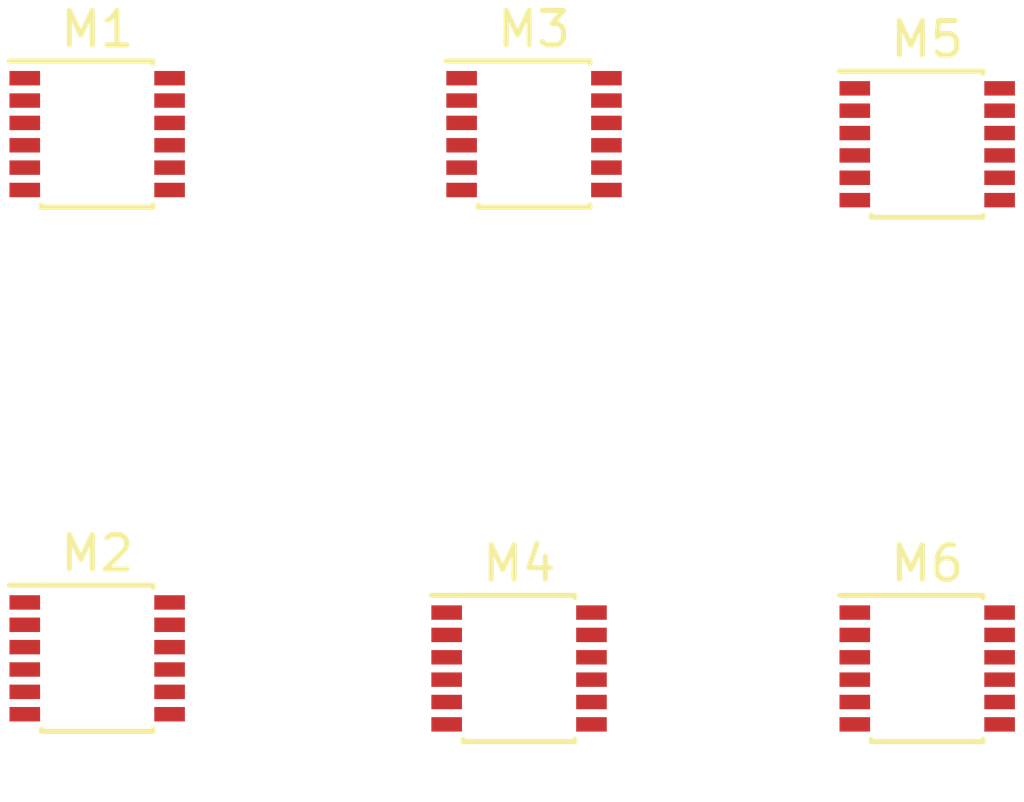
<source format=kicad_pcb>
(kicad_pcb (version 20171130) (host pcbnew "(5.0.0-3-g5ebb6b6)")

  (general
    (thickness 1.6)
    (drawings 0)
    (tracks 0)
    (zones 0)
    (modules 6)
    (nets 15)
  )

  (page A4)
  (layers
    (0 F.Cu signal)
    (31 B.Cu signal)
    (32 B.Adhes user)
    (33 F.Adhes user)
    (34 B.Paste user)
    (35 F.Paste user)
    (36 B.SilkS user)
    (37 F.SilkS user)
    (38 B.Mask user)
    (39 F.Mask user)
    (40 Dwgs.User user)
    (41 Cmts.User user)
    (42 Eco1.User user)
    (43 Eco2.User user)
    (44 Edge.Cuts user)
    (45 Margin user)
    (46 B.CrtYd user)
    (47 F.CrtYd user)
    (48 B.Fab user)
    (49 F.Fab user)
  )

  (setup
    (last_trace_width 0.25)
    (trace_clearance 0.2)
    (zone_clearance 0.508)
    (zone_45_only no)
    (trace_min 0.2)
    (segment_width 0.2)
    (edge_width 0.15)
    (via_size 0.8)
    (via_drill 0.4)
    (via_min_size 0.4)
    (via_min_drill 0.3)
    (uvia_size 0.3)
    (uvia_drill 0.1)
    (uvias_allowed no)
    (uvia_min_size 0.2)
    (uvia_min_drill 0.1)
    (pcb_text_width 0.3)
    (pcb_text_size 1.5 1.5)
    (mod_edge_width 0.15)
    (mod_text_size 1 1)
    (mod_text_width 0.15)
    (pad_size 1.524 1.524)
    (pad_drill 0.762)
    (pad_to_mask_clearance 0.2)
    (aux_axis_origin 0 0)
    (visible_elements FFFFFF7F)
    (pcbplotparams
      (layerselection 0x010fc_ffffffff)
      (usegerberextensions false)
      (usegerberattributes false)
      (usegerberadvancedattributes false)
      (creategerberjobfile false)
      (excludeedgelayer true)
      (linewidth 0.100000)
      (plotframeref false)
      (viasonmask false)
      (mode 1)
      (useauxorigin false)
      (hpglpennumber 1)
      (hpglpenspeed 20)
      (hpglpendiameter 15.000000)
      (psnegative false)
      (psa4output false)
      (plotreference true)
      (plotvalue true)
      (plotinvisibletext false)
      (padsonsilk false)
      (subtractmaskfromsilk false)
      (outputformat 1)
      (mirror false)
      (drillshape 1)
      (scaleselection 1)
      (outputdirectory ""))
  )

  (net 0 "")
  (net 1 VCC)
  (net 2 "Net-(M1-Pad2)")
  (net 3 "Net-(M1-Pad3)")
  (net 4 "Net-(M2-Pad4)")
  (net 5 GND)
  (net 6 "Net-(M2-Pad2)")
  (net 7 "Net-(M3-Pad3)")
  (net 8 "Net-(M3-Pad2)")
  (net 9 "Net-(M4-Pad2)")
  (net 10 "Net-(M4-Pad4)")
  (net 11 "Net-(M5-Pad2)")
  (net 12 "Net-(M5-Pad3)")
  (net 13 "Net-(M6-Pad4)")
  (net 14 "Net-(M6-Pad2)")

  (net_class Default 这是默认网络组.
    (clearance 0.2)
    (trace_width 0.25)
    (via_dia 0.8)
    (via_drill 0.4)
    (uvia_dia 0.3)
    (uvia_drill 0.1)
    (add_net GND)
    (add_net "Net-(M1-Pad2)")
    (add_net "Net-(M1-Pad3)")
    (add_net "Net-(M2-Pad2)")
    (add_net "Net-(M2-Pad4)")
    (add_net "Net-(M3-Pad2)")
    (add_net "Net-(M3-Pad3)")
    (add_net "Net-(M4-Pad2)")
    (add_net "Net-(M4-Pad4)")
    (add_net "Net-(M5-Pad2)")
    (add_net "Net-(M5-Pad3)")
    (add_net "Net-(M6-Pad2)")
    (add_net "Net-(M6-Pad4)")
    (add_net VCC)
  )

  (module Package_SO:MSOP-12_3x4mm_P0.65mm (layer F.Cu) (tedit 5A02F25C) (tstamp 5BE83193)
    (at 118.11 26.67)
    (descr "MS Package; 12-Lead Plastic MSOP; (see Linear Technology 05081668_A_MS12.pdf)")
    (tags "SSOP 0.65")
    (path /5BDC407D)
    (attr smd)
    (fp_text reference M1 (at 0 -3.05) (layer F.SilkS)
      (effects (font (size 1 1) (thickness 0.15)))
    )
    (fp_text value MNMOS (at 0 3.05) (layer F.Fab)
      (effects (font (size 1 1) (thickness 0.15)))
    )
    (fp_line (start -0.5 -2) (end 1.5 -2) (layer F.Fab) (width 0.15))
    (fp_line (start 1.5 -2) (end 1.5 2) (layer F.Fab) (width 0.15))
    (fp_line (start 1.5 2) (end -1.5 2) (layer F.Fab) (width 0.15))
    (fp_line (start -1.5 2) (end -1.5 -1) (layer F.Fab) (width 0.15))
    (fp_line (start -1.5 -1) (end -0.5 -2) (layer F.Fab) (width 0.15))
    (fp_line (start -2.8 -2.3) (end -2.8 2.3) (layer F.CrtYd) (width 0.05))
    (fp_line (start 2.8 -2.3) (end 2.8 2.3) (layer F.CrtYd) (width 0.05))
    (fp_line (start -2.8 -2.3) (end 2.8 -2.3) (layer F.CrtYd) (width 0.05))
    (fp_line (start -2.8 2.3) (end 2.8 2.3) (layer F.CrtYd) (width 0.05))
    (fp_line (start 1.625 -2.125) (end 1.625 -2.06) (layer F.SilkS) (width 0.15))
    (fp_line (start 1.625 2.125) (end 1.625 2.06) (layer F.SilkS) (width 0.15))
    (fp_line (start -1.625 2.125) (end -1.625 2.06) (layer F.SilkS) (width 0.15))
    (fp_line (start -1.625 -2.125) (end 1.625 -2.125) (layer F.SilkS) (width 0.15))
    (fp_line (start -1.625 2.125) (end 1.625 2.125) (layer F.SilkS) (width 0.15))
    (fp_line (start -1.625 -2.125) (end -2.55 -2.125) (layer F.SilkS) (width 0.15))
    (fp_text user %R (at 0 0) (layer F.Fab)
      (effects (font (size 0.6 0.6) (thickness 0.15)))
    )
    (pad 1 smd rect (at -2.105 -1.625) (size 0.89 0.42) (layers F.Cu F.Paste F.Mask)
      (net 1 VCC))
    (pad 2 smd rect (at -2.105 -0.975) (size 0.89 0.42) (layers F.Cu F.Paste F.Mask)
      (net 2 "Net-(M1-Pad2)"))
    (pad 3 smd rect (at -2.105 -0.325) (size 0.89 0.42) (layers F.Cu F.Paste F.Mask)
      (net 3 "Net-(M1-Pad3)"))
    (pad 4 smd rect (at -2.105 0.325) (size 0.89 0.42) (layers F.Cu F.Paste F.Mask)
      (net 3 "Net-(M1-Pad3)"))
    (pad 5 smd rect (at -2.105 0.975) (size 0.89 0.42) (layers F.Cu F.Paste F.Mask))
    (pad 6 smd rect (at -2.105 1.625) (size 0.89 0.42) (layers F.Cu F.Paste F.Mask))
    (pad 7 smd rect (at 2.105 1.625) (size 0.89 0.42) (layers F.Cu F.Paste F.Mask))
    (pad 8 smd rect (at 2.105 0.975) (size 0.89 0.42) (layers F.Cu F.Paste F.Mask))
    (pad 9 smd rect (at 2.105 0.325) (size 0.89 0.42) (layers F.Cu F.Paste F.Mask))
    (pad 10 smd rect (at 2.105 -0.325) (size 0.89 0.42) (layers F.Cu F.Paste F.Mask))
    (pad 11 smd rect (at 2.105 -0.975) (size 0.89 0.42) (layers F.Cu F.Paste F.Mask))
    (pad 12 smd rect (at 2.105 -1.625) (size 0.89 0.42) (layers F.Cu F.Paste F.Mask))
    (model ${KISYS3DMOD}/Package_SO.3dshapes/MSOP-12_3x4mm_P0.65mm.wrl
      (at (xyz 0 0 0))
      (scale (xyz 1 1 1))
      (rotate (xyz 0 0 0))
    )
  )

  (module Package_SO:MSOP-12_3x4mm_P0.65mm (layer F.Cu) (tedit 5A02F25C) (tstamp 5BE83136)
    (at 118.11 41.91)
    (descr "MS Package; 12-Lead Plastic MSOP; (see Linear Technology 05081668_A_MS12.pdf)")
    (tags "SSOP 0.65")
    (path /5BDC424B)
    (attr smd)
    (fp_text reference M2 (at 0 -3.05) (layer F.SilkS)
      (effects (font (size 1 1) (thickness 0.15)))
    )
    (fp_text value MNMOS (at 0 3.05) (layer F.Fab)
      (effects (font (size 1 1) (thickness 0.15)))
    )
    (fp_text user %R (at 0 0) (layer F.Fab)
      (effects (font (size 0.6 0.6) (thickness 0.15)))
    )
    (fp_line (start -1.625 -2.125) (end -2.55 -2.125) (layer F.SilkS) (width 0.15))
    (fp_line (start -1.625 2.125) (end 1.625 2.125) (layer F.SilkS) (width 0.15))
    (fp_line (start -1.625 -2.125) (end 1.625 -2.125) (layer F.SilkS) (width 0.15))
    (fp_line (start -1.625 2.125) (end -1.625 2.06) (layer F.SilkS) (width 0.15))
    (fp_line (start 1.625 2.125) (end 1.625 2.06) (layer F.SilkS) (width 0.15))
    (fp_line (start 1.625 -2.125) (end 1.625 -2.06) (layer F.SilkS) (width 0.15))
    (fp_line (start -2.8 2.3) (end 2.8 2.3) (layer F.CrtYd) (width 0.05))
    (fp_line (start -2.8 -2.3) (end 2.8 -2.3) (layer F.CrtYd) (width 0.05))
    (fp_line (start 2.8 -2.3) (end 2.8 2.3) (layer F.CrtYd) (width 0.05))
    (fp_line (start -2.8 -2.3) (end -2.8 2.3) (layer F.CrtYd) (width 0.05))
    (fp_line (start -1.5 -1) (end -0.5 -2) (layer F.Fab) (width 0.15))
    (fp_line (start -1.5 2) (end -1.5 -1) (layer F.Fab) (width 0.15))
    (fp_line (start 1.5 2) (end -1.5 2) (layer F.Fab) (width 0.15))
    (fp_line (start 1.5 -2) (end 1.5 2) (layer F.Fab) (width 0.15))
    (fp_line (start -0.5 -2) (end 1.5 -2) (layer F.Fab) (width 0.15))
    (pad 12 smd rect (at 2.105 -1.625) (size 0.89 0.42) (layers F.Cu F.Paste F.Mask))
    (pad 11 smd rect (at 2.105 -0.975) (size 0.89 0.42) (layers F.Cu F.Paste F.Mask))
    (pad 10 smd rect (at 2.105 -0.325) (size 0.89 0.42) (layers F.Cu F.Paste F.Mask))
    (pad 9 smd rect (at 2.105 0.325) (size 0.89 0.42) (layers F.Cu F.Paste F.Mask))
    (pad 8 smd rect (at 2.105 0.975) (size 0.89 0.42) (layers F.Cu F.Paste F.Mask))
    (pad 7 smd rect (at 2.105 1.625) (size 0.89 0.42) (layers F.Cu F.Paste F.Mask))
    (pad 6 smd rect (at -2.105 1.625) (size 0.89 0.42) (layers F.Cu F.Paste F.Mask))
    (pad 5 smd rect (at -2.105 0.975) (size 0.89 0.42) (layers F.Cu F.Paste F.Mask))
    (pad 4 smd rect (at -2.105 0.325) (size 0.89 0.42) (layers F.Cu F.Paste F.Mask)
      (net 4 "Net-(M2-Pad4)"))
    (pad 3 smd rect (at -2.105 -0.325) (size 0.89 0.42) (layers F.Cu F.Paste F.Mask)
      (net 5 GND))
    (pad 2 smd rect (at -2.105 -0.975) (size 0.89 0.42) (layers F.Cu F.Paste F.Mask)
      (net 6 "Net-(M2-Pad2)"))
    (pad 1 smd rect (at -2.105 -1.625) (size 0.89 0.42) (layers F.Cu F.Paste F.Mask)
      (net 3 "Net-(M1-Pad3)"))
    (model ${KISYS3DMOD}/Package_SO.3dshapes/MSOP-12_3x4mm_P0.65mm.wrl
      (at (xyz 0 0 0))
      (scale (xyz 1 1 1))
      (rotate (xyz 0 0 0))
    )
  )

  (module Package_SO:MSOP-12_3x4mm_P0.65mm (layer F.Cu) (tedit 5A02F25C) (tstamp 5BE830D9)
    (at 130.81 26.67)
    (descr "MS Package; 12-Lead Plastic MSOP; (see Linear Technology 05081668_A_MS12.pdf)")
    (tags "SSOP 0.65")
    (path /5BDC40C4)
    (attr smd)
    (fp_text reference M3 (at 0 -3.05) (layer F.SilkS)
      (effects (font (size 1 1) (thickness 0.15)))
    )
    (fp_text value MNMOS (at 0 3.05) (layer F.Fab)
      (effects (font (size 1 1) (thickness 0.15)))
    )
    (fp_text user %R (at 0 0) (layer F.Fab)
      (effects (font (size 0.6 0.6) (thickness 0.15)))
    )
    (fp_line (start -1.625 -2.125) (end -2.55 -2.125) (layer F.SilkS) (width 0.15))
    (fp_line (start -1.625 2.125) (end 1.625 2.125) (layer F.SilkS) (width 0.15))
    (fp_line (start -1.625 -2.125) (end 1.625 -2.125) (layer F.SilkS) (width 0.15))
    (fp_line (start -1.625 2.125) (end -1.625 2.06) (layer F.SilkS) (width 0.15))
    (fp_line (start 1.625 2.125) (end 1.625 2.06) (layer F.SilkS) (width 0.15))
    (fp_line (start 1.625 -2.125) (end 1.625 -2.06) (layer F.SilkS) (width 0.15))
    (fp_line (start -2.8 2.3) (end 2.8 2.3) (layer F.CrtYd) (width 0.05))
    (fp_line (start -2.8 -2.3) (end 2.8 -2.3) (layer F.CrtYd) (width 0.05))
    (fp_line (start 2.8 -2.3) (end 2.8 2.3) (layer F.CrtYd) (width 0.05))
    (fp_line (start -2.8 -2.3) (end -2.8 2.3) (layer F.CrtYd) (width 0.05))
    (fp_line (start -1.5 -1) (end -0.5 -2) (layer F.Fab) (width 0.15))
    (fp_line (start -1.5 2) (end -1.5 -1) (layer F.Fab) (width 0.15))
    (fp_line (start 1.5 2) (end -1.5 2) (layer F.Fab) (width 0.15))
    (fp_line (start 1.5 -2) (end 1.5 2) (layer F.Fab) (width 0.15))
    (fp_line (start -0.5 -2) (end 1.5 -2) (layer F.Fab) (width 0.15))
    (pad 12 smd rect (at 2.105 -1.625) (size 0.89 0.42) (layers F.Cu F.Paste F.Mask))
    (pad 11 smd rect (at 2.105 -0.975) (size 0.89 0.42) (layers F.Cu F.Paste F.Mask))
    (pad 10 smd rect (at 2.105 -0.325) (size 0.89 0.42) (layers F.Cu F.Paste F.Mask))
    (pad 9 smd rect (at 2.105 0.325) (size 0.89 0.42) (layers F.Cu F.Paste F.Mask))
    (pad 8 smd rect (at 2.105 0.975) (size 0.89 0.42) (layers F.Cu F.Paste F.Mask))
    (pad 7 smd rect (at 2.105 1.625) (size 0.89 0.42) (layers F.Cu F.Paste F.Mask))
    (pad 6 smd rect (at -2.105 1.625) (size 0.89 0.42) (layers F.Cu F.Paste F.Mask))
    (pad 5 smd rect (at -2.105 0.975) (size 0.89 0.42) (layers F.Cu F.Paste F.Mask))
    (pad 4 smd rect (at -2.105 0.325) (size 0.89 0.42) (layers F.Cu F.Paste F.Mask)
      (net 7 "Net-(M3-Pad3)"))
    (pad 3 smd rect (at -2.105 -0.325) (size 0.89 0.42) (layers F.Cu F.Paste F.Mask)
      (net 7 "Net-(M3-Pad3)"))
    (pad 2 smd rect (at -2.105 -0.975) (size 0.89 0.42) (layers F.Cu F.Paste F.Mask)
      (net 8 "Net-(M3-Pad2)"))
    (pad 1 smd rect (at -2.105 -1.625) (size 0.89 0.42) (layers F.Cu F.Paste F.Mask)
      (net 1 VCC))
    (model ${KISYS3DMOD}/Package_SO.3dshapes/MSOP-12_3x4mm_P0.65mm.wrl
      (at (xyz 0 0 0))
      (scale (xyz 1 1 1))
      (rotate (xyz 0 0 0))
    )
  )

  (module Package_SO:MSOP-12_3x4mm_P0.65mm (layer F.Cu) (tedit 5A02F25C) (tstamp 5BE8307C)
    (at 130.375 42.205)
    (descr "MS Package; 12-Lead Plastic MSOP; (see Linear Technology 05081668_A_MS12.pdf)")
    (tags "SSOP 0.65")
    (path /5BDC42A6)
    (attr smd)
    (fp_text reference M4 (at 0 -3.05) (layer F.SilkS)
      (effects (font (size 1 1) (thickness 0.15)))
    )
    (fp_text value MNMOS (at 0 3.05) (layer F.Fab)
      (effects (font (size 1 1) (thickness 0.15)))
    )
    (fp_line (start -0.5 -2) (end 1.5 -2) (layer F.Fab) (width 0.15))
    (fp_line (start 1.5 -2) (end 1.5 2) (layer F.Fab) (width 0.15))
    (fp_line (start 1.5 2) (end -1.5 2) (layer F.Fab) (width 0.15))
    (fp_line (start -1.5 2) (end -1.5 -1) (layer F.Fab) (width 0.15))
    (fp_line (start -1.5 -1) (end -0.5 -2) (layer F.Fab) (width 0.15))
    (fp_line (start -2.8 -2.3) (end -2.8 2.3) (layer F.CrtYd) (width 0.05))
    (fp_line (start 2.8 -2.3) (end 2.8 2.3) (layer F.CrtYd) (width 0.05))
    (fp_line (start -2.8 -2.3) (end 2.8 -2.3) (layer F.CrtYd) (width 0.05))
    (fp_line (start -2.8 2.3) (end 2.8 2.3) (layer F.CrtYd) (width 0.05))
    (fp_line (start 1.625 -2.125) (end 1.625 -2.06) (layer F.SilkS) (width 0.15))
    (fp_line (start 1.625 2.125) (end 1.625 2.06) (layer F.SilkS) (width 0.15))
    (fp_line (start -1.625 2.125) (end -1.625 2.06) (layer F.SilkS) (width 0.15))
    (fp_line (start -1.625 -2.125) (end 1.625 -2.125) (layer F.SilkS) (width 0.15))
    (fp_line (start -1.625 2.125) (end 1.625 2.125) (layer F.SilkS) (width 0.15))
    (fp_line (start -1.625 -2.125) (end -2.55 -2.125) (layer F.SilkS) (width 0.15))
    (fp_text user %R (at 0 0) (layer F.Fab)
      (effects (font (size 0.6 0.6) (thickness 0.15)))
    )
    (pad 1 smd rect (at -2.105 -1.625) (size 0.89 0.42) (layers F.Cu F.Paste F.Mask)
      (net 7 "Net-(M3-Pad3)"))
    (pad 2 smd rect (at -2.105 -0.975) (size 0.89 0.42) (layers F.Cu F.Paste F.Mask)
      (net 9 "Net-(M4-Pad2)"))
    (pad 3 smd rect (at -2.105 -0.325) (size 0.89 0.42) (layers F.Cu F.Paste F.Mask)
      (net 5 GND))
    (pad 4 smd rect (at -2.105 0.325) (size 0.89 0.42) (layers F.Cu F.Paste F.Mask)
      (net 10 "Net-(M4-Pad4)"))
    (pad 5 smd rect (at -2.105 0.975) (size 0.89 0.42) (layers F.Cu F.Paste F.Mask))
    (pad 6 smd rect (at -2.105 1.625) (size 0.89 0.42) (layers F.Cu F.Paste F.Mask))
    (pad 7 smd rect (at 2.105 1.625) (size 0.89 0.42) (layers F.Cu F.Paste F.Mask))
    (pad 8 smd rect (at 2.105 0.975) (size 0.89 0.42) (layers F.Cu F.Paste F.Mask))
    (pad 9 smd rect (at 2.105 0.325) (size 0.89 0.42) (layers F.Cu F.Paste F.Mask))
    (pad 10 smd rect (at 2.105 -0.325) (size 0.89 0.42) (layers F.Cu F.Paste F.Mask))
    (pad 11 smd rect (at 2.105 -0.975) (size 0.89 0.42) (layers F.Cu F.Paste F.Mask))
    (pad 12 smd rect (at 2.105 -1.625) (size 0.89 0.42) (layers F.Cu F.Paste F.Mask))
    (model ${KISYS3DMOD}/Package_SO.3dshapes/MSOP-12_3x4mm_P0.65mm.wrl
      (at (xyz 0 0 0))
      (scale (xyz 1 1 1))
      (rotate (xyz 0 0 0))
    )
  )

  (module Package_SO:MSOP-12_3x4mm_P0.65mm (layer F.Cu) (tedit 5A02F25C) (tstamp 5BE8301F)
    (at 142.24 26.965)
    (descr "MS Package; 12-Lead Plastic MSOP; (see Linear Technology 05081668_A_MS12.pdf)")
    (tags "SSOP 0.65")
    (path /5BDC41AA)
    (attr smd)
    (fp_text reference M5 (at 0 -3.05) (layer F.SilkS)
      (effects (font (size 1 1) (thickness 0.15)))
    )
    (fp_text value MNMOS (at 0 3.05) (layer F.Fab)
      (effects (font (size 1 1) (thickness 0.15)))
    )
    (fp_line (start -0.5 -2) (end 1.5 -2) (layer F.Fab) (width 0.15))
    (fp_line (start 1.5 -2) (end 1.5 2) (layer F.Fab) (width 0.15))
    (fp_line (start 1.5 2) (end -1.5 2) (layer F.Fab) (width 0.15))
    (fp_line (start -1.5 2) (end -1.5 -1) (layer F.Fab) (width 0.15))
    (fp_line (start -1.5 -1) (end -0.5 -2) (layer F.Fab) (width 0.15))
    (fp_line (start -2.8 -2.3) (end -2.8 2.3) (layer F.CrtYd) (width 0.05))
    (fp_line (start 2.8 -2.3) (end 2.8 2.3) (layer F.CrtYd) (width 0.05))
    (fp_line (start -2.8 -2.3) (end 2.8 -2.3) (layer F.CrtYd) (width 0.05))
    (fp_line (start -2.8 2.3) (end 2.8 2.3) (layer F.CrtYd) (width 0.05))
    (fp_line (start 1.625 -2.125) (end 1.625 -2.06) (layer F.SilkS) (width 0.15))
    (fp_line (start 1.625 2.125) (end 1.625 2.06) (layer F.SilkS) (width 0.15))
    (fp_line (start -1.625 2.125) (end -1.625 2.06) (layer F.SilkS) (width 0.15))
    (fp_line (start -1.625 -2.125) (end 1.625 -2.125) (layer F.SilkS) (width 0.15))
    (fp_line (start -1.625 2.125) (end 1.625 2.125) (layer F.SilkS) (width 0.15))
    (fp_line (start -1.625 -2.125) (end -2.55 -2.125) (layer F.SilkS) (width 0.15))
    (fp_text user %R (at 0 0) (layer F.Fab)
      (effects (font (size 0.6 0.6) (thickness 0.15)))
    )
    (pad 1 smd rect (at -2.105 -1.625) (size 0.89 0.42) (layers F.Cu F.Paste F.Mask)
      (net 1 VCC))
    (pad 2 smd rect (at -2.105 -0.975) (size 0.89 0.42) (layers F.Cu F.Paste F.Mask)
      (net 11 "Net-(M5-Pad2)"))
    (pad 3 smd rect (at -2.105 -0.325) (size 0.89 0.42) (layers F.Cu F.Paste F.Mask)
      (net 12 "Net-(M5-Pad3)"))
    (pad 4 smd rect (at -2.105 0.325) (size 0.89 0.42) (layers F.Cu F.Paste F.Mask)
      (net 12 "Net-(M5-Pad3)"))
    (pad 5 smd rect (at -2.105 0.975) (size 0.89 0.42) (layers F.Cu F.Paste F.Mask))
    (pad 6 smd rect (at -2.105 1.625) (size 0.89 0.42) (layers F.Cu F.Paste F.Mask))
    (pad 7 smd rect (at 2.105 1.625) (size 0.89 0.42) (layers F.Cu F.Paste F.Mask))
    (pad 8 smd rect (at 2.105 0.975) (size 0.89 0.42) (layers F.Cu F.Paste F.Mask))
    (pad 9 smd rect (at 2.105 0.325) (size 0.89 0.42) (layers F.Cu F.Paste F.Mask))
    (pad 10 smd rect (at 2.105 -0.325) (size 0.89 0.42) (layers F.Cu F.Paste F.Mask))
    (pad 11 smd rect (at 2.105 -0.975) (size 0.89 0.42) (layers F.Cu F.Paste F.Mask))
    (pad 12 smd rect (at 2.105 -1.625) (size 0.89 0.42) (layers F.Cu F.Paste F.Mask))
    (model ${KISYS3DMOD}/Package_SO.3dshapes/MSOP-12_3x4mm_P0.65mm.wrl
      (at (xyz 0 0 0))
      (scale (xyz 1 1 1))
      (rotate (xyz 0 0 0))
    )
  )

  (module Package_SO:MSOP-12_3x4mm_P0.65mm (layer F.Cu) (tedit 5A02F25C) (tstamp 5BE82FC2)
    (at 142.24 42.205)
    (descr "MS Package; 12-Lead Plastic MSOP; (see Linear Technology 05081668_A_MS12.pdf)")
    (tags "SSOP 0.65")
    (path /5BDC4315)
    (attr smd)
    (fp_text reference M6 (at 0 -3.05) (layer F.SilkS)
      (effects (font (size 1 1) (thickness 0.15)))
    )
    (fp_text value MNMOS (at 0 3.05) (layer F.Fab)
      (effects (font (size 1 1) (thickness 0.15)))
    )
    (fp_text user %R (at 0 0) (layer F.Fab)
      (effects (font (size 0.6 0.6) (thickness 0.15)))
    )
    (fp_line (start -1.625 -2.125) (end -2.55 -2.125) (layer F.SilkS) (width 0.15))
    (fp_line (start -1.625 2.125) (end 1.625 2.125) (layer F.SilkS) (width 0.15))
    (fp_line (start -1.625 -2.125) (end 1.625 -2.125) (layer F.SilkS) (width 0.15))
    (fp_line (start -1.625 2.125) (end -1.625 2.06) (layer F.SilkS) (width 0.15))
    (fp_line (start 1.625 2.125) (end 1.625 2.06) (layer F.SilkS) (width 0.15))
    (fp_line (start 1.625 -2.125) (end 1.625 -2.06) (layer F.SilkS) (width 0.15))
    (fp_line (start -2.8 2.3) (end 2.8 2.3) (layer F.CrtYd) (width 0.05))
    (fp_line (start -2.8 -2.3) (end 2.8 -2.3) (layer F.CrtYd) (width 0.05))
    (fp_line (start 2.8 -2.3) (end 2.8 2.3) (layer F.CrtYd) (width 0.05))
    (fp_line (start -2.8 -2.3) (end -2.8 2.3) (layer F.CrtYd) (width 0.05))
    (fp_line (start -1.5 -1) (end -0.5 -2) (layer F.Fab) (width 0.15))
    (fp_line (start -1.5 2) (end -1.5 -1) (layer F.Fab) (width 0.15))
    (fp_line (start 1.5 2) (end -1.5 2) (layer F.Fab) (width 0.15))
    (fp_line (start 1.5 -2) (end 1.5 2) (layer F.Fab) (width 0.15))
    (fp_line (start -0.5 -2) (end 1.5 -2) (layer F.Fab) (width 0.15))
    (pad 12 smd rect (at 2.105 -1.625) (size 0.89 0.42) (layers F.Cu F.Paste F.Mask))
    (pad 11 smd rect (at 2.105 -0.975) (size 0.89 0.42) (layers F.Cu F.Paste F.Mask))
    (pad 10 smd rect (at 2.105 -0.325) (size 0.89 0.42) (layers F.Cu F.Paste F.Mask))
    (pad 9 smd rect (at 2.105 0.325) (size 0.89 0.42) (layers F.Cu F.Paste F.Mask))
    (pad 8 smd rect (at 2.105 0.975) (size 0.89 0.42) (layers F.Cu F.Paste F.Mask))
    (pad 7 smd rect (at 2.105 1.625) (size 0.89 0.42) (layers F.Cu F.Paste F.Mask))
    (pad 6 smd rect (at -2.105 1.625) (size 0.89 0.42) (layers F.Cu F.Paste F.Mask))
    (pad 5 smd rect (at -2.105 0.975) (size 0.89 0.42) (layers F.Cu F.Paste F.Mask))
    (pad 4 smd rect (at -2.105 0.325) (size 0.89 0.42) (layers F.Cu F.Paste F.Mask)
      (net 13 "Net-(M6-Pad4)"))
    (pad 3 smd rect (at -2.105 -0.325) (size 0.89 0.42) (layers F.Cu F.Paste F.Mask)
      (net 5 GND))
    (pad 2 smd rect (at -2.105 -0.975) (size 0.89 0.42) (layers F.Cu F.Paste F.Mask)
      (net 14 "Net-(M6-Pad2)"))
    (pad 1 smd rect (at -2.105 -1.625) (size 0.89 0.42) (layers F.Cu F.Paste F.Mask)
      (net 12 "Net-(M5-Pad3)"))
    (model ${KISYS3DMOD}/Package_SO.3dshapes/MSOP-12_3x4mm_P0.65mm.wrl
      (at (xyz 0 0 0))
      (scale (xyz 1 1 1))
      (rotate (xyz 0 0 0))
    )
  )

)

</source>
